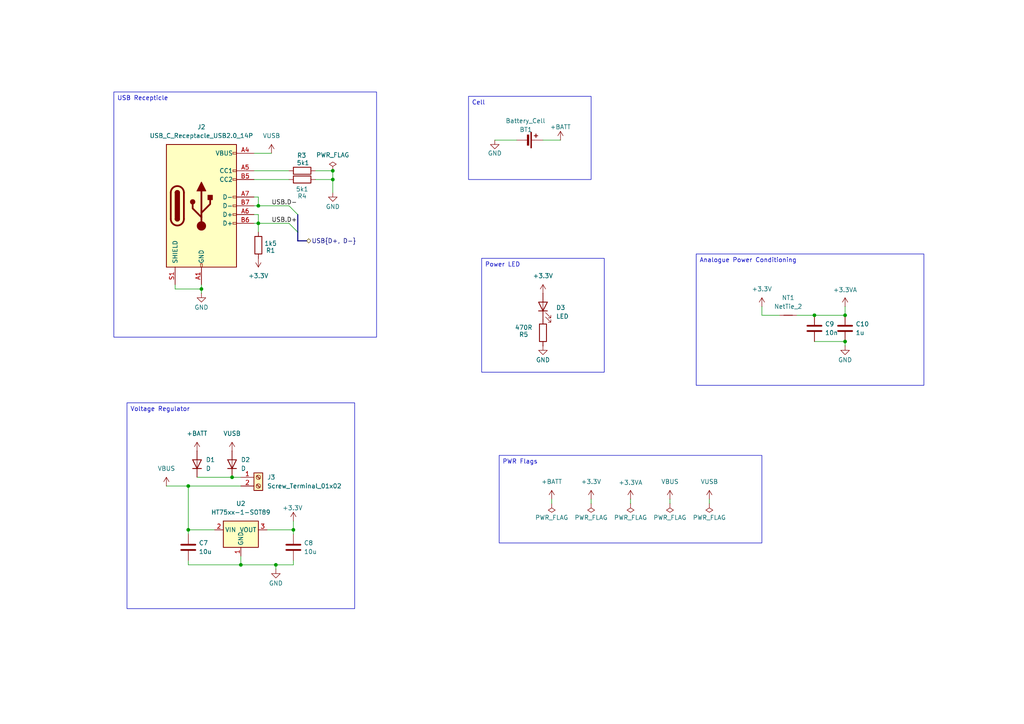
<source format=kicad_sch>
(kicad_sch (version 20231120) (generator "eeschema") (generator_version "8.0")
  (paper "A4")
  (lib_symbols
    (symbol "Connector:Screw_Terminal_01x02" (pin_names (offset 1.016) hide)
      (property "Reference" "J" (at 0 2.54 0))
      (property "Value" "Screw_Terminal_01x02" (at 0 -5.08 0))
      (symbol "Screw_Terminal_01x02_1_1"
        (rectangle (start -1.27 1.27) (end 1.27 -3.81) (stroke (width 0.254)) (fill (type background)))
        (circle (center 0 -2.54) (radius 0.635) (stroke (width 0.1524)))
        (polyline (pts (xy -0.5334 -2.2098) (xy 0.3302 -3.048)) (stroke (width 0.1524)))
        (polyline (pts (xy -0.5334 0.3302) (xy 0.3302 -0.508)) (stroke (width 0.1524)))
        (polyline (pts (xy -0.3556 -2.032) (xy 0.508 -2.8702)) (stroke (width 0.1524)))
        (polyline (pts (xy -0.3556 0.508) (xy 0.508 -0.3302)) (stroke (width 0.1524)))
        (circle (center 0 0) (radius 0.635) (stroke (width 0.1524)))
        (pin passive line (at -5.08 0 0) (length 3.81) (name "Pin_1") (number "1"))
        (pin passive line (at -5.08 -2.54 0) (length 3.81) (name "Pin_2") (number "2"))
      )
    )
    (symbol "Connector:USB_C_Receptacle_USB2.0_14P" (pin_names (offset 1.016))
      (property "Reference" "J" (at 0 22.225 0))
      (property "Value" "USB_C_Receptacle_USB2.0_14P" (at 0 19.685 0))
      (symbol "USB_C_Receptacle_USB2.0_14P_0_0"
        (rectangle (start -0.254 -17.78) (end 0.254 -16.764))
        (rectangle (start 10.16 -4.826) (end 9.144 -5.334))
        (rectangle (start 10.16 -2.286) (end 9.144 -2.794))
        (rectangle (start 10.16 0.254) (end 9.144 -0.254))
        (rectangle (start 10.16 2.794) (end 9.144 2.286))
        (rectangle (start 10.16 7.874) (end 9.144 7.366))
        (rectangle (start 10.16 10.414) (end 9.144 9.906))
        (rectangle (start 10.16 15.494) (end 9.144 14.986))
      )
      (symbol "USB_C_Receptacle_USB2.0_14P_0_1"
        (rectangle (start -10.16 17.78) (end 10.16 -17.78) (stroke (width 0.254)) (fill (type background)))
        (arc (start -8.89 -3.81) (mid -6.985 -5.7067) (end -5.08 -3.81) (stroke (width 0.508)))
        (arc (start -7.62 -3.81) (mid -6.985 -4.4423) (end -6.35 -3.81) (stroke (width 0.254)))
        (arc (start -7.62 -3.81) (mid -6.985 -4.4423) (end -6.35 -3.81) (stroke (width 0.254)) (fill (type outline)))
        (rectangle (start -7.62 -3.81) (end -6.35 3.81) (stroke (width 0.254)) (fill (type outline)))
        (arc (start -6.35 3.81) (mid -6.985 4.4423) (end -7.62 3.81) (stroke (width 0.254)))
        (arc (start -6.35 3.81) (mid -6.985 4.4423) (end -7.62 3.81) (stroke (width 0.254)) (fill (type outline)))
        (arc (start -5.08 3.81) (mid -6.985 5.7067) (end -8.89 3.81) (stroke (width 0.508)))
        (circle (center -2.54 1.143) (radius 0.635) (stroke (width 0.254)) (fill (type outline)))
        (circle (center 0 -5.842) (radius 1.27) (fill (type outline)))
        (polyline (pts (xy -8.89 -3.81) (xy -8.89 3.81)) (stroke (width 0.508)))
        (polyline (pts (xy -5.08 3.81) (xy -5.08 -3.81)) (stroke (width 0.508)))
        (polyline (pts (xy 0 -5.842) (xy 0 4.318)) (stroke (width 0.508)))
        (polyline (pts (xy 0 -3.302) (xy -2.54 -0.762) (xy -2.54 0.508)) (stroke (width 0.508)))
        (polyline (pts (xy 0 -2.032) (xy 2.54 0.508) (xy 2.54 1.778)) (stroke (width 0.508)))
        (polyline (pts (xy -1.27 4.318) (xy 0 6.858) (xy 1.27 4.318) (xy -1.27 4.318)) (stroke (width 0.254)) (fill (type outline)))
        (rectangle (start 1.905 1.778) (end 3.175 3.048) (stroke (width 0.254)) (fill (type outline)))
      )
      (symbol "USB_C_Receptacle_USB2.0_14P_1_1"
        (pin passive line (at 0 -22.86 90) (length 5.08) (name "GND") (number "A1"))
        (pin passive line (at 0 -22.86 90) (length 5.08) hide (name "GND") (number "A12"))
        (pin passive line (at 15.24 15.24 180) (length 5.08) (name "VBUS") (number "A4"))
        (pin bidirectional line (at 15.24 10.16 180) (length 5.08) (name "CC1") (number "A5"))
        (pin bidirectional line (at 15.24 -2.54 180) (length 5.08) (name "D+") (number "A6"))
        (pin bidirectional line (at 15.24 2.54 180) (length 5.08) (name "D-") (number "A7"))
        (pin passive line (at 15.24 15.24 180) (length 5.08) hide (name "VBUS") (number "A9"))
        (pin passive line (at 0 -22.86 90) (length 5.08) hide (name "GND") (number "B1"))
        (pin passive line (at 0 -22.86 90) (length 5.08) hide (name "GND") (number "B12"))
        (pin passive line (at 15.24 15.24 180) (length 5.08) hide (name "VBUS") (number "B4"))
        (pin bidirectional line (at 15.24 7.62 180) (length 5.08) (name "CC2") (number "B5"))
        (pin bidirectional line (at 15.24 -5.08 180) (length 5.08) (name "D+") (number "B6"))
        (pin bidirectional line (at 15.24 0 180) (length 5.08) (name "D-") (number "B7"))
        (pin passive line (at 15.24 15.24 180) (length 5.08) hide (name "VBUS") (number "B9"))
        (pin passive line (at -7.62 -22.86 90) (length 5.08) (name "SHIELD") (number "S1"))
      )
    )
    (symbol "Device:Battery_Cell" (pin_numbers hide) (pin_names (offset 0) hide)
      (property "Reference" "BT" (at 2.54 2.54 0))
      (property "Value" "Battery_Cell" (at 2.54 0 0))
      (symbol "Battery_Cell_0_1"
        (rectangle (start -2.286 1.778) (end 2.286 1.524) (fill (type outline)))
        (rectangle (start -1.524 1.016) (end 1.524 0.508) (fill (type outline)))
        (polyline (pts (xy 0 0.762) (xy 0 0)))
        (polyline (pts (xy 0 1.778) (xy 0 2.54)))
        (polyline (pts (xy 0.762 3.048) (xy 1.778 3.048)) (stroke (width 0.254)))
        (polyline (pts (xy 1.27 3.556) (xy 1.27 2.54)) (stroke (width 0.254)))
      )
      (symbol "Battery_Cell_1_1"
        (pin passive line (at 0 5.08 270) (length 2.54) (name "+") (number "1"))
        (pin passive line (at 0 -2.54 90) (length 2.54) (name "-") (number "2"))
      )
    )
    (symbol "Device:C" (pin_numbers hide) (pin_names (offset 0.254))
      (property "Reference" "C" (at 0.635 2.54 0))
      (property "Value" "C" (at 0.635 -2.54 0))
      (symbol "C_0_1"
        (polyline (pts (xy -2.032 -0.762) (xy 2.032 -0.762)) (stroke (width 0.508)))
        (polyline (pts (xy -2.032 0.762) (xy 2.032 0.762)) (stroke (width 0.508)))
      )
      (symbol "C_1_1"
        (pin passive line (at 0 3.81 270) (length 2.794) (name "~") (number "1"))
        (pin passive line (at 0 -3.81 90) (length 2.794) (name "~") (number "2"))
      )
    )
    (symbol "Device:D" (pin_numbers hide) (pin_names (offset 1.016) hide)
      (property "Reference" "D" (at 0 2.54 0))
      (property "Value" "D" (at 0 -2.54 0))
      (symbol "D_0_1"
        (polyline (pts (xy -1.27 1.27) (xy -1.27 -1.27)) (stroke (width 0.254)))
        (polyline (pts (xy 1.27 0) (xy -1.27 0)))
        (polyline (pts (xy 1.27 1.27) (xy 1.27 -1.27) (xy -1.27 0) (xy 1.27 1.27)) (stroke (width 0.254)))
      )
      (symbol "D_1_1"
        (pin passive line (at -3.81 0 0) (length 2.54) (name "K") (number "1"))
        (pin passive line (at 3.81 0 180) (length 2.54) (name "A") (number "2"))
      )
    )
    (symbol "Device:LED" (pin_numbers hide) (pin_names (offset 1.016) hide)
      (property "Reference" "D" (at 0 2.54 0))
      (property "Value" "LED" (at 0 -2.54 0))
      (symbol "LED_0_1"
        (polyline (pts (xy -1.27 -1.27) (xy -1.27 1.27)) (stroke (width 0.254)))
        (polyline (pts (xy -1.27 0) (xy 1.27 0)))
        (polyline (pts (xy 1.27 -1.27) (xy 1.27 1.27) (xy -1.27 0) (xy 1.27 -1.27)) (stroke (width 0.254)))
        (polyline (pts (xy -3.048 -0.762) (xy -4.572 -2.286) (xy -3.81 -2.286) (xy -4.572 -2.286) (xy -4.572 -1.524)))
        (polyline (pts (xy -1.778 -0.762) (xy -3.302 -2.286) (xy -2.54 -2.286) (xy -3.302 -2.286) (xy -3.302 -1.524)))
      )
      (symbol "LED_1_1"
        (pin passive line (at -3.81 0 0) (length 2.54) (name "K") (number "1"))
        (pin passive line (at 3.81 0 180) (length 2.54) (name "A") (number "2"))
      )
    )
    (symbol "Device:NetTie_2" (pin_numbers hide) (pin_names (offset 0) hide) (in_bom no)
      (property "Reference" "NT" (at 0 1.27 0))
      (property "Value" "NetTie_2" (at 0 -1.27 0))
      (symbol "NetTie_2_0_1"
        (polyline (pts (xy -1.27 0) (xy 1.27 0)) (stroke (width 0.254)))
      )
      (symbol "NetTie_2_1_1"
        (pin passive line (at -2.54 0 0) (length 2.54) (name "1") (number "1"))
        (pin passive line (at 2.54 0 180) (length 2.54) (name "2") (number "2"))
      )
    )
    (symbol "Device:R" (pin_numbers hide) (pin_names (offset 0))
      (property "Reference" "R" (at 2.032 0 90))
      (property "Value" "R" (at 0 0 90))
      (symbol "R_0_1"
        (rectangle (start -1.016 -2.54) (end 1.016 2.54) (stroke (width 0.254)))
      )
      (symbol "R_1_1"
        (pin passive line (at 0 3.81 270) (length 1.27) (name "~") (number "1"))
        (pin passive line (at 0 -3.81 90) (length 1.27) (name "~") (number "2"))
      )
    )
    (symbol "Regulator_Linear:HT75xx-1-SOT89"
      (property "Reference" "U" (at -5.08 -3.81 0))
      (property "Value" "HT75xx-1-SOT89" (at 0 6.35 0))
      (symbol "HT75xx-1-SOT89_0_1"
        (rectangle (start -5.08 5.08) (end 5.08 -2.54) (stroke (width 0.254)) (fill (type background)))
      )
      (symbol "HT75xx-1-SOT89_1_1"
        (pin power_in line (at 0 -5.08 90) (length 2.54) (name "GND") (number "1"))
        (pin power_in line (at -7.62 2.54 0) (length 2.54) (name "VIN") (number "2"))
        (pin power_out line (at 7.62 2.54 180) (length 2.54) (name "VOUT") (number "3"))
      )
    )
    (symbol "power:+3.3V" (power) (pin_numbers hide) (pin_names (offset 0) hide)
      (property "Value" "+3.3V" (at 0 3.556 0))
      (symbol "+3.3V_0_1"
        (polyline (pts (xy -0.762 1.27) (xy 0 2.54)))
        (polyline (pts (xy 0 0) (xy 0 2.54)))
        (polyline (pts (xy 0 2.54) (xy 0.762 1.27)))
      )
      (symbol "+3.3V_1_1"
        (pin power_in line (at 0 0 90) (length 0) (name "~") (number "1"))
      )
    )
    (symbol "power:+3.3VA" (power) (pin_numbers hide) (pin_names (offset 0) hide)
      (property "Value" "+3.3VA" (at 0 3.556 0))
      (symbol "+3.3VA_0_1"
        (polyline (pts (xy -0.762 1.27) (xy 0 2.54)))
        (polyline (pts (xy 0 0) (xy 0 2.54)))
        (polyline (pts (xy 0 2.54) (xy 0.762 1.27)))
      )
      (symbol "+3.3VA_1_1"
        (pin power_in line (at 0 0 90) (length 0) (name "~") (number "1"))
      )
    )
    (symbol "power:+3V3" (power) (pin_numbers hide) (pin_names (offset 0) hide)
      (property "Value" "+3V3" (at 0 3.556 0))
      (symbol "+3V3_0_1"
        (polyline (pts (xy -0.762 1.27) (xy 0 2.54)))
        (polyline (pts (xy 0 0) (xy 0 2.54)))
        (polyline (pts (xy 0 2.54) (xy 0.762 1.27)))
      )
      (symbol "+3V3_1_1"
        (pin power_in line (at 0 0 90) (length 0) (name "~") (number "1"))
      )
    )
    (symbol "power:+BATT" (power) (pin_numbers hide) (pin_names (offset 0) hide)
      (property "Value" "+BATT" (at 0 3.556 0))
      (symbol "+BATT_0_1"
        (polyline (pts (xy -0.762 1.27) (xy 0 2.54)))
        (polyline (pts (xy 0 0) (xy 0 2.54)))
        (polyline (pts (xy 0 2.54) (xy 0.762 1.27)))
      )
      (symbol "+BATT_1_1"
        (pin power_in line (at 0 0 90) (length 0) (name "~") (number "1"))
      )
    )
    (symbol "power:GND" (power) (pin_numbers hide) (pin_names (offset 0) hide)
      (property "Value" "GND" (at 0 -3.81 0))
      (symbol "GND_0_1"
        (polyline (pts (xy 0 0) (xy 0 -1.27) (xy 1.27 -1.27) (xy 0 -2.54) (xy -1.27 -1.27) (xy 0 -1.27)))
      )
      (symbol "GND_1_1"
        (pin power_in line (at 0 0 270) (length 0) (name "~") (number "1"))
      )
    )
    (symbol "power:PWR_FLAG" (power) (pin_numbers hide) (pin_names (offset 0) hide)
      (property "Value" "PWR_FLAG" (at 0 3.81 0))
      (symbol "PWR_FLAG_0_0"
        (pin power_out line (at 0 0 90) (length 0) (name "~") (number "1"))
      )
      (symbol "PWR_FLAG_0_1"
        (polyline (pts (xy 0 0) (xy 0 1.27) (xy -1.016 1.905) (xy 0 2.54) (xy 1.016 1.905) (xy 0 1.27)))
      )
    )
    (symbol "power:VBUS" (power) (pin_numbers hide) (pin_names (offset 0) hide)
      (property "Value" "VBUS" (at 0 3.556 0))
      (symbol "VBUS_0_1"
        (polyline (pts (xy -0.762 1.27) (xy 0 2.54)))
        (polyline (pts (xy 0 0) (xy 0 2.54)))
        (polyline (pts (xy 0 2.54) (xy 0.762 1.27)))
      )
      (symbol "VBUS_1_1"
        (pin power_in line (at 0 0 90) (length 0) (name "~") (number "1"))
      )
    )
  )
  (junction (at 80.01 163.83))
  (junction (at 74.93 64.77))
  (junction (at 245.11 99.06))
  (junction (at 74.93 59.69))
  (junction (at 236.22 91.44))
  (junction (at 67.31 138.43))
  (junction (at 54.61 140.97))
  (junction (at 85.09 153.67))
  (junction (at 96.52 52.07))
  (junction (at 58.42 83.82))
  (junction (at 54.61 153.67))
  (junction (at 245.11 91.44))
  (junction (at 96.52 49.53))
  (junction (at 69.85 163.83))
  (bus_entry (at 83.82 64.77) (size 2.54 2.54))
  (bus_entry (at 83.82 59.69) (size 2.54 2.54))
  (wire (pts (xy 74.93 64.77) (xy 74.93 67.31)))
  (wire (pts (xy 236.22 91.44) (xy 245.11 91.44)))
  (wire (pts (xy 80.01 163.83) (xy 85.09 163.83)))
  (wire (pts (xy 73.66 57.15) (xy 74.93 57.15)))
  (wire (pts (xy 67.31 138.43) (xy 69.85 138.43)))
  (wire (pts (xy 57.15 138.43) (xy 67.31 138.43)))
  (wire (pts (xy 69.85 163.83) (xy 80.01 163.83)))
  (wire (pts (xy 54.61 153.67) (xy 62.23 153.67)))
  (wire (pts (xy 58.42 83.82) (xy 58.42 82.55)))
  (wire (pts (xy 96.52 52.07) (xy 96.52 55.88)))
  (wire (pts (xy 74.93 59.69) (xy 74.93 57.15)))
  (wire (pts (xy 69.85 140.97) (xy 54.61 140.97)))
  (wire (pts (xy 220.98 88.9) (xy 220.98 91.44)))
  (bus (pts (xy 86.36 69.85) (xy 86.36 67.31)))
  (wire (pts (xy 91.44 49.53) (xy 96.52 49.53)))
  (wire (pts (xy 220.98 91.44) (xy 226.06 91.44)))
  (wire (pts (xy 80.01 163.83) (xy 80.01 165.1)))
  (wire (pts (xy 171.45 144.78) (xy 171.45 146.05)))
  (wire (pts (xy 245.11 99.06) (xy 245.11 100.33)))
  (wire (pts (xy 73.66 52.07) (xy 83.82 52.07)))
  (wire (pts (xy 96.52 49.53) (xy 96.52 52.07)))
  (wire (pts (xy 194.31 144.78) (xy 194.31 146.05)))
  (wire (pts (xy 205.74 144.78) (xy 205.74 146.05)))
  (wire (pts (xy 73.66 49.53) (xy 83.82 49.53)))
  (wire (pts (xy 74.93 62.23) (xy 74.93 64.77)))
  (wire (pts (xy 74.93 64.77) (xy 83.82 64.77)))
  (bus (pts (xy 86.36 67.31) (xy 86.36 62.23)))
  (wire (pts (xy 54.61 140.97) (xy 54.61 153.67)))
  (wire (pts (xy 245.11 88.9) (xy 245.11 91.44)))
  (wire (pts (xy 69.85 161.29) (xy 69.85 163.83)))
  (wire (pts (xy 236.22 99.06) (xy 245.11 99.06)))
  (wire (pts (xy 74.93 64.77) (xy 73.66 64.77)))
  (wire (pts (xy 58.42 83.82) (xy 58.42 85.09)))
  (wire (pts (xy 50.8 82.55) (xy 50.8 83.82)))
  (wire (pts (xy 85.09 163.83) (xy 85.09 162.56)))
  (wire (pts (xy 85.09 153.67) (xy 77.47 153.67)))
  (wire (pts (xy 54.61 162.56) (xy 54.61 163.83)))
  (wire (pts (xy 54.61 153.67) (xy 54.61 154.94)))
  (wire (pts (xy 231.14 91.44) (xy 236.22 91.44)))
  (wire (pts (xy 54.61 163.83) (xy 69.85 163.83)))
  (wire (pts (xy 157.48 40.64) (xy 162.56 40.64)))
  (wire (pts (xy 73.66 59.69) (xy 74.93 59.69)))
  (wire (pts (xy 85.09 153.67) (xy 85.09 154.94)))
  (wire (pts (xy 143.51 40.64) (xy 149.86 40.64)))
  (wire (pts (xy 73.66 44.45) (xy 78.74 44.45)))
  (wire (pts (xy 73.66 62.23) (xy 74.93 62.23)))
  (wire (pts (xy 50.8 83.82) (xy 58.42 83.82)))
  (wire (pts (xy 160.02 144.78) (xy 160.02 146.05)))
  (bus (pts (xy 88.9 69.85) (xy 86.36 69.85)))
  (wire (pts (xy 85.09 151.13) (xy 85.09 153.67)))
  (wire (pts (xy 74.93 59.69) (xy 83.82 59.69)))
  (wire (pts (xy 91.44 52.07) (xy 96.52 52.07)))
  (wire (pts (xy 182.88 144.78) (xy 182.88 146.05)))
  (wire (pts (xy 48.26 140.97) (xy 54.61 140.97)))
  (text_box "Analogue Power Conditioning" (at 201.93 73.66 0) (size 66.04 38.1) (effects (font (size 1.27 1.27)) (justify left top)))
  (text_box "USB Recepticle" (at 33.02 26.67 0) (size 76.2 71.12) (effects (font (size 1.27 1.27)) (justify left top)))
  (text_box "Cell" (at 135.89 27.94 0) (size 35.56 24.13) (effects (font (size 1.27 1.27)) (justify left top)))
  (text_box "Voltage Regulator" (at 36.83 116.84 0) (size 66.04 59.69) (effects (font (size 1.27 1.27)) (justify left top)))
  (text_box "Power LED" (at 139.7 74.93 0) (size 35.56 33.02) (effects (font (size 1.27 1.27)) (justify left top)))
  (text_box "PWR Flags" (at 144.78 132.08 0) (size 76.2 25.4) (effects (font (size 1.27 1.27)) (justify left top)))
  (label "USB.D-" (at 78.74 59.69 0))
  (label "USB.D+" (at 78.74 64.77 0))
  (hierarchical_label "USB{D+, D-}" (shape bidirectional) (at 88.9 69.85 0))
  (symbol (lib_id "power:VBUS") (at 194.31 144.78 0) (unit 1)
    (property "Reference" "#PWR027" (effects (hide yes)))
    (property "Value" "VBUS" (at 194.31 139.7 0))
    (property "Description" "Power symbol creates a global label with name \"VBUS\"" (effects (hide yes)))
  )
  (symbol (lib_id "power:+3.3VA") (at 245.11 88.9 0) (unit 1)
    (property "Reference" "#PWR034" (effects (hide yes)))
    (property "Value" "+3.3VA" (at 245.11 84.074 0))
    (property "Description" "Power symbol creates a global label with name \"+3.3VA\"" (effects (hide yes)))
  )
  (symbol (lib_id "Connector:Screw_Terminal_01x02") (at 74.93 138.43 0) (unit 1)
    (property "Reference" "J3" (at 77.47 138.4299 0) (effects (justify left)))
    (property "Value" "Screw_Terminal_01x02" (at 77.47 140.9699 0) (effects (justify left)))
    (property "Footprint" "TerminalBlock:TerminalBlock_Xinya_XY308-2.54-2P_1x02_P2.54mm_Horizontal" (effects (hide yes)))
    (property "Description" "Generic screw terminal, single row, 01x02, script generated (kicad-library-utils/schlib/autogen/connector/)" (effects (hide yes)))
  )
  (symbol (lib_id "power:VBUS") (at 67.31 130.81 0) (unit 1)
    (property "Reference" "#PWR010" (effects (hide yes)))
    (property "Value" "VUSB" (at 67.31 125.73 0))
    (property "Description" "Power symbol creates a global label with name \"VBUS\"" (effects (hide yes)))
  )
  (symbol (lib_id "power:+3V3") (at 85.09 151.13 0) (unit 1)
    (property "Reference" "#PWR016" (effects (hide yes)))
    (property "Value" "+3.3V" (at 84.836 147.32 0))
    (property "Description" "Power symbol creates a global label with name \"+3V3\"" (effects (hide yes)))
  )
  (symbol (lib_id "power:+BATT") (at 57.15 130.81 0) (mirror y) (unit 1)
    (property "Reference" "#PWR06" (effects (hide yes)))
    (property "Value" "+BATT" (at 57.15 125.73 0))
    (property "Description" "Power symbol creates a global label with name \"+BATT\"" (effects (hide yes)))
  )
  (symbol (lib_id "Device:R") (at 87.63 52.07 90) (mirror x) (unit 1)
    (property "Reference" "R4" (at 87.63 56.896 90))
    (property "Value" "5k1" (at 87.63 54.864 90))
    (property "Footprint" "Resistor_SMD:R_0603_1608Metric" (effects (hide yes)))
    (property "Description" "Resistor" (effects (hide yes)))
  )
  (symbol (lib_id "Device:R") (at 74.93 71.12 0) (mirror y) (unit 1)
    (property "Reference" "R1" (at 78.486 72.644 0))
    (property "Value" "1k5" (at 78.486 70.612 0))
    (property "Footprint" "Resistor_SMD:R_0603_1608Metric" (effects (hide yes)))
    (property "Description" "Resistor" (effects (hide yes)))
  )
  (symbol (lib_id "power:GND") (at 143.51 40.64 0) (mirror y) (unit 1)
    (property "Reference" "#PWR018" (effects (hide yes)))
    (property "Value" "GND" (at 143.51 44.45 0))
    (property "Description" "Power symbol creates a global label with name \"GND\" , ground" (effects (hide yes)))
  )
  (symbol (lib_id "power:+BATT") (at 162.56 40.64 0) (mirror y) (unit 1)
    (property "Reference" "#PWR024" (effects (hide yes)))
    (property "Value" "+BATT" (at 162.56 36.83 0))
    (property "Description" "Power symbol creates a global label with name \"+BATT\"" (effects (hide yes)))
  )
  (symbol (lib_id "Regulator_Linear:HT75xx-1-SOT89") (at 69.85 156.21 0) (unit 1)
    (property "Reference" "U2" (at 69.85 146.05 0))
    (property "Value" "HT75xx-1-SOT89" (at 69.85 148.59 0))
    (property "Footprint" "Package_TO_SOT_SMD:SOT-89-3" (effects (hide yes)))
    (property "Datasheet" "https://www.holtek.com/documents/10179/116711/HT75xx-1v250.pdf" (effects (hide yes)))
    (property "Description" "100mA Low Dropout Voltage Regulator, Fixed Output, SOT89" (effects (hide yes)))
  )
  (symbol (lib_id "power:+3.3VA") (at 182.88 144.78 0) (unit 1)
    (property "Reference" "#PWR026" (effects (hide yes)))
    (property "Value" "+3.3VA" (at 182.88 139.954 0))
    (property "Description" "Power symbol creates a global label with name \"+3.3VA\"" (effects (hide yes)))
  )
  (symbol (lib_id "power:+3.3V") (at 157.48 85.09 0) (unit 1)
    (property "Reference" "#PWR019" (effects (hide yes)))
    (property "Value" "+3.3V" (at 157.48 80.01 0))
    (property "Description" "Power symbol creates a global label with name \"+3.3V\"" (effects (hide yes)))
  )
  (symbol (lib_id "Device:D") (at 57.15 134.62 90) (unit 1)
    (property "Reference" "D1" (at 59.69 133.3499 90) (effects (justify right)))
    (property "Value" "D" (at 59.69 135.8899 90) (effects (justify right)))
    (property "Footprint" "Diode_SMD:D_SOD-123F" (effects (hide yes)))
    (property "Description" "Diode" (effects (hide yes)))
    (property "Sim.Device" "D" (effects (hide yes)))
    (property "Sim.Pins" "1=K 2=A" (effects (hide yes)))
  )
  (symbol (lib_id "power:+3.3V") (at 74.93 74.93 180) (unit 1)
    (property "Reference" "#PWR013" (effects (hide yes)))
    (property "Value" "+3.3V" (at 74.93 80.01 0))
    (property "Description" "Power symbol creates a global label with name \"+3.3V\"" (effects (hide yes)))
  )
  (symbol (lib_id "power:+3.3V") (at 171.45 144.78 0) (unit 1)
    (property "Reference" "#PWR025" (effects (hide yes)))
    (property "Value" "+3.3V" (at 171.45 139.7 0))
    (property "Description" "Power symbol creates a global label with name \"+3.3V\"" (effects (hide yes)))
  )
  (symbol (lib_id "power:PWR_FLAG") (at 160.02 146.05 180) (unit 1)
    (property "Reference" "#FLG03" (effects (hide yes)))
    (property "Value" "PWR_FLAG" (at 160.02 150.114 0))
    (property "Description" "Special symbol for telling ERC where power comes from" (effects (hide yes)))
  )
  (symbol (lib_id "power:GND") (at 157.48 100.33 0) (unit 1)
    (property "Reference" "#PWR021" (effects (hide yes)))
    (property "Value" "GND" (at 157.48 104.394 0))
    (property "Description" "Power symbol creates a global label with name \"GND\" , ground" (effects (hide yes)))
  )
  (symbol (lib_id "Device:C") (at 54.61 158.75 0) (unit 1)
    (property "Reference" "C7" (at 57.658 157.48 0) (effects (justify left)))
    (property "Value" "10u" (at 57.658 160.02 0) (effects (justify left)))
    (property "Footprint" "Capacitor_SMD:C_0603_1608Metric" (effects (hide yes)))
    (property "Description" "Unpolarized capacitor" (effects (hide yes)))
  )
  (symbol (lib_id "power:GND") (at 245.11 100.33 0) (unit 1)
    (property "Reference" "#PWR036" (effects (hide yes)))
    (property "Value" "GND" (at 245.11 104.394 0))
    (property "Description" "Power symbol creates a global label with name \"GND\" , ground" (effects (hide yes)))
  )
  (symbol (lib_id "power:GND") (at 80.01 165.1 0) (unit 1)
    (property "Reference" "#PWR015" (effects (hide yes)))
    (property "Value" "GND" (at 80.01 169.164 0))
    (property "Description" "Power symbol creates a global label with name \"GND\" , ground" (effects (hide yes)))
  )
  (symbol (lib_id "power:+3.3V") (at 220.98 88.9 0) (unit 1)
    (property "Reference" "#PWR032" (effects (hide yes)))
    (property "Value" "+3.3V" (at 220.98 83.82 0))
    (property "Description" "Power symbol creates a global label with name \"+3.3V\"" (effects (hide yes)))
  )
  (symbol (lib_id "Connector:USB_C_Receptacle_USB2.0_14P") (at 58.42 59.69 0) (unit 1)
    (property "Reference" "J2" (at 58.42 36.83 0))
    (property "Value" "USB_C_Receptacle_USB2.0_14P" (at 58.42 39.37 0))
    (property "Footprint" "Connector_USB:USB_C_Receptacle_HRO_TYPE-C-31-M-12" (effects (hide yes)))
    (property "Datasheet" "https://www.usb.org/sites/default/files/documents/usb_type-c.zip" (effects (hide yes)))
    (property "Description" "USB 2.0-only 14P Type-C Receptacle connector" (effects (hide yes)))
  )
  (symbol (lib_id "Device:R") (at 87.63 49.53 270) (mirror x) (unit 1)
    (property "Reference" "R3" (at 87.503 45.085 90))
    (property "Value" "5k1" (at 87.884 47.244 90))
    (property "Footprint" "Resistor_SMD:R_0603_1608Metric" (effects (hide yes)))
    (property "Description" "Resistor" (effects (hide yes)))
  )
  (symbol (lib_id "Device:NetTie_2") (at 228.6 91.44 0) (unit 1) (in_bom no)
    (property "Reference" "NT1" (at 228.6 86.36 0))
    (property "Value" "NetTie_2" (at 228.6 88.9 0))
    (property "Footprint" "NetTie:NetTie-2_SMD_Pad2.0mm" (effects (hide yes)))
    (property "Description" "Net tie, 2 pins" (effects (hide yes)))
  )
  (symbol (lib_id "Device:C") (at 245.11 95.25 0) (unit 1)
    (property "Reference" "C10" (at 248.158 93.98 0) (effects (justify left)))
    (property "Value" "1u" (at 248.158 96.52 0) (effects (justify left)))
    (property "Footprint" "Capacitor_SMD:C_0603_1608Metric" (effects (hide yes)))
    (property "Description" "Unpolarized capacitor" (effects (hide yes)))
  )
  (symbol (lib_id "Device:Battery_Cell") (at 152.4 40.64 270) (mirror x) (unit 1)
    (property "Reference" "BT1" (at 150.6856 37.592 90) (effects (justify left)))
    (property "Value" "Battery_Cell" (at 146.6216 35.052 90) (effects (justify left)))
    (property "Footprint" "Battery:BatteryHolder_Keystone_3034_1x20mm" (effects (hide yes)))
    (property "Description" "Single-cell battery" (effects (hide yes)))
  )
  (symbol (lib_id "Device:C") (at 85.09 158.75 0) (unit 1)
    (property "Reference" "C8" (at 88.138 157.48 0) (effects (justify left)))
    (property "Value" "10u" (at 88.138 160.02 0) (effects (justify left)))
    (property "Footprint" "Capacitor_SMD:C_0603_1608Metric" (effects (hide yes)))
    (property "Description" "Unpolarized capacitor" (effects (hide yes)))
  )
  (symbol (lib_id "power:GND") (at 96.52 55.88 0) (unit 1)
    (property "Reference" "#PWR017" (effects (hide yes)))
    (property "Value" "GND" (at 96.52 59.944 0))
    (property "Description" "Power symbol creates a global label with name \"GND\" , ground" (effects (hide yes)))
  )
  (symbol (lib_id "power:PWR_FLAG") (at 182.88 146.05 180) (unit 1)
    (property "Reference" "#FLG05" (effects (hide yes)))
    (property "Value" "PWR_FLAG" (at 182.88 150.114 0))
    (property "Description" "Special symbol for telling ERC where power comes from" (effects (hide yes)))
  )
  (symbol (lib_id "power:VBUS") (at 48.26 140.97 0) (unit 1)
    (property "Reference" "#PWR043" (effects (hide yes)))
    (property "Value" "VBUS" (at 48.26 135.89 0))
    (property "Description" "Power symbol creates a global label with name \"VBUS\"" (effects (hide yes)))
  )
  (symbol (lib_id "power:VBUS") (at 205.74 144.78 0) (unit 1)
    (property "Reference" "#PWR044" (effects (hide yes)))
    (property "Value" "VUSB" (at 205.74 139.7 0))
    (property "Description" "Power symbol creates a global label with name \"VBUS\"" (effects (hide yes)))
  )
  (symbol (lib_id "Device:R") (at 157.48 96.52 0) (mirror y) (unit 1)
    (property "Reference" "R5" (at 151.892 97.028 0))
    (property "Value" "470R" (at 151.892 94.996 0))
    (property "Footprint" "Resistor_SMD:R_0603_1608Metric" (effects (hide yes)))
    (property "Description" "Resistor" (effects (hide yes)))
  )
  (symbol (lib_id "power:VBUS") (at 78.74 44.45 0) (unit 1)
    (property "Reference" "#PWR014" (effects (hide yes)))
    (property "Value" "VUSB" (at 78.74 39.37 0))
    (property "Description" "Power symbol creates a global label with name \"VBUS\"" (effects (hide yes)))
  )
  (symbol (lib_id "power:GND") (at 58.42 85.09 0) (unit 1)
    (property "Reference" "#PWR08" (effects (hide yes)))
    (property "Value" "GND" (at 58.42 89.154 0))
    (property "Description" "Power symbol creates a global label with name \"GND\" , ground" (effects (hide yes)))
  )
  (symbol (lib_id "power:PWR_FLAG") (at 171.45 146.05 180) (unit 1)
    (property "Reference" "#FLG04" (effects (hide yes)))
    (property "Value" "PWR_FLAG" (at 171.45 150.114 0))
    (property "Description" "Special symbol for telling ERC where power comes from" (effects (hide yes)))
  )
  (symbol (lib_id "power:PWR_FLAG") (at 194.31 146.05 180) (unit 1)
    (property "Reference" "#FLG06" (effects (hide yes)))
    (property "Value" "PWR_FLAG" (at 194.31 150.114 0))
    (property "Description" "Special symbol for telling ERC where power comes from" (effects (hide yes)))
  )
  (symbol (lib_id "Device:D") (at 67.31 134.62 90) (unit 1)
    (property "Reference" "D2" (at 69.85 133.3499 90) (effects (justify right)))
    (property "Value" "D" (at 69.85 135.8899 90) (effects (justify right)))
    (property "Footprint" "Diode_SMD:D_SOD-123F" (effects (hide yes)))
    (property "Description" "Diode" (effects (hide yes)))
    (property "Sim.Device" "D" (effects (hide yes)))
    (property "Sim.Pins" "1=K 2=A" (effects (hide yes)))
  )
  (symbol (lib_id "power:+BATT") (at 160.02 144.78 0) (mirror y) (unit 1)
    (property "Reference" "#PWR023" (effects (hide yes)))
    (property "Value" "+BATT" (at 160.02 139.7 0))
    (property "Description" "Power symbol creates a global label with name \"+BATT\"" (effects (hide yes)))
  )
  (symbol (lib_id "Device:C") (at 236.22 95.25 0) (unit 1)
    (property "Reference" "C9" (at 239.268 93.98 0) (effects (justify left)))
    (property "Value" "10n" (at 239.268 96.52 0) (effects (justify left)))
    (property "Footprint" "Capacitor_SMD:C_0402_1005Metric" (effects (hide yes)))
    (property "Description" "Unpolarized capacitor" (effects (hide yes)))
  )
  (symbol (lib_id "power:PWR_FLAG") (at 205.74 146.05 180) (unit 1)
    (property "Reference" "#FLG07" (effects (hide yes)))
    (property "Value" "PWR_FLAG" (at 205.74 150.114 0))
    (property "Description" "Special symbol for telling ERC where power comes from" (effects (hide yes)))
  )
  (symbol (lib_id "Device:LED") (at 157.48 88.9 90) (unit 1)
    (property "Reference" "D3" (at 161.29 89.2174 90) (effects (justify right)))
    (property "Value" "LED" (at 161.29 91.7574 90) (effects (justify right)))
    (property "Footprint" "LED_SMD:LED_0201_0603Metric" (effects (hide yes)))
    (property "Description" "Light emitting diode" (effects (hide yes)))
  )
  (symbol (lib_id "power:PWR_FLAG") (at 96.52 49.53 0) (unit 1)
    (property "Reference" "#FLG02" (effects (hide yes)))
    (property "Value" "PWR_FLAG" (at 96.52 44.958 0))
    (property "Description" "Special symbol for telling ERC where power comes from" (effects (hide yes)))
  )
)
</source>
